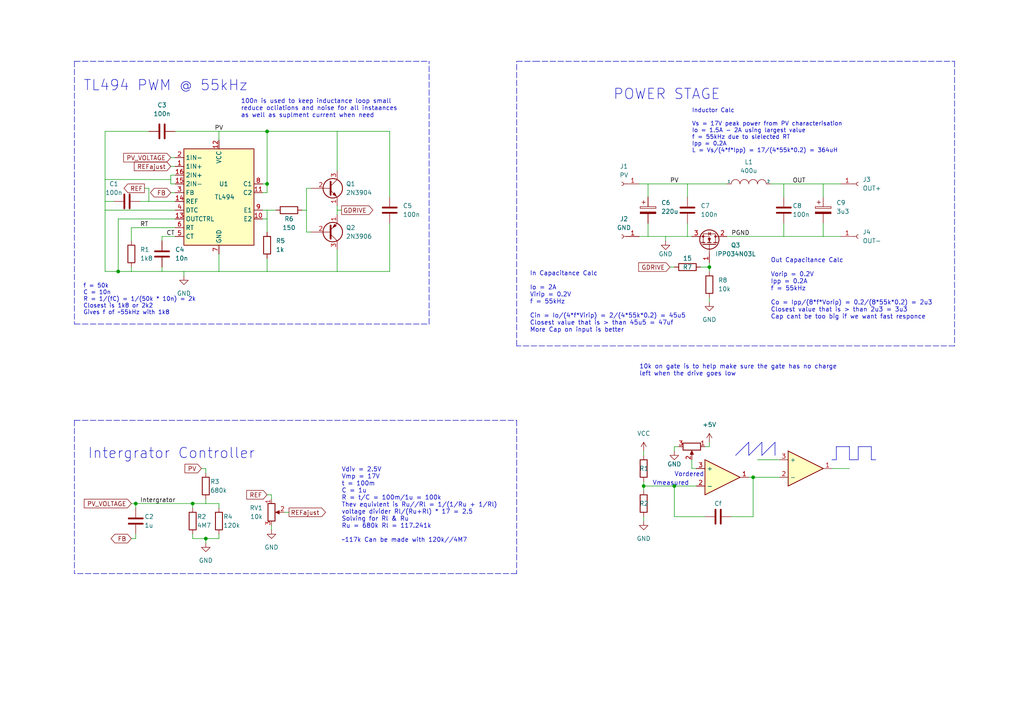
<source format=kicad_sch>
(kicad_sch (version 20211123) (generator eeschema)
  (paper "A4")
  (title_block (title "Async Solar Car Buck") (date "2022-09-28") (rev "V1") (company "UC"))
  (lib_symbols
    (symbol "Connector:Conn_01x01_Female" (pin_names (offset 1.016) hide)
      (property "Reference" "J" (at 0 2.54 0))
      (property "Value" "Conn_01x01_Female" (at 0 -2.54 0))
      (symbol "Conn_01x01_Female_1_1"
        (polyline (pts (xy -1.27 0) (xy -0.508 0)) (stroke (width 0.1524)))
        (arc (start 0 0.508) (mid -0.508 0) (end 0 -0.508) (stroke (width 0.1524)))
        (pin passive line (at -5.08 0 0) (length 3.81) (name "Pin_1") (number "1"))
      )
    )
    (symbol "Device:C" (pin_numbers hide) (pin_names (offset 0.254))
      (property "Reference" "C" (at 0.635 2.54 0))
      (property "Value" "C" (at 0.635 -2.54 0))
      (symbol "C_0_1"
        (polyline (pts (xy -2.032 -0.762) (xy 2.032 -0.762)) (stroke (width 0.508)))
        (polyline (pts (xy -2.032 0.762) (xy 2.032 0.762)) (stroke (width 0.508)))
      )
      (symbol "C_1_1"
        (pin passive line (at 0 3.81 270) (length 2.794) (name "~") (number "1"))
        (pin passive line (at 0 -3.81 90) (length 2.794) (name "~") (number "2"))
      )
    )
    (symbol "Device:C_Polarized" (pin_numbers hide) (pin_names (offset 0.254))
      (property "Reference" "C" (at 0.635 2.54 0))
      (property "Value" "C_Polarized" (at 0.635 -2.54 0))
      (symbol "C_Polarized_0_1"
        (rectangle (start -2.286 0.508) (end 2.286 1.016))
        (polyline (pts (xy -1.778 2.286) (xy -0.762 2.286)))
        (polyline (pts (xy -1.27 2.794) (xy -1.27 1.778)))
        (rectangle (start 2.286 -0.508) (end -2.286 -1.016) (fill (type outline)))
      )
      (symbol "C_Polarized_1_1"
        (pin passive line (at 0 3.81 270) (length 2.794) (name "~") (number "1"))
        (pin passive line (at 0 -3.81 90) (length 2.794) (name "~") (number "2"))
      )
    )
    (symbol "Device:Opamp_Dual"
      (property "Reference" "U" (at 0 5.08 0))
      (property "Value" "Opamp_Dual" (at 0 -5.08 0))
      (symbol "Opamp_Dual_1_1"
        (polyline (pts (xy -5.08 5.08) (xy 5.08 0) (xy -5.08 -5.08) (xy -5.08 5.08)) (stroke (width 0.254)) (fill (type background)))
        (pin output line (at 7.62 0 180) (length 2.54) (name "~") (number "1"))
        (pin input line (at -7.62 -2.54 0) (length 2.54) (name "-") (number "2"))
        (pin input line (at -7.62 2.54 0) (length 2.54) (name "+") (number "3"))
      )
      (symbol "Opamp_Dual_2_1"
        (polyline (pts (xy -5.08 5.08) (xy 5.08 0) (xy -5.08 -5.08) (xy -5.08 5.08)) (stroke (width 0.254)) (fill (type background)))
        (pin input line (at -7.62 2.54 0) (length 2.54) (name "+") (number "5"))
        (pin input line (at -7.62 -2.54 0) (length 2.54) (name "-") (number "6"))
        (pin output line (at 7.62 0 180) (length 2.54) (name "~") (number "7"))
      )
      (symbol "Opamp_Dual_3_1"
        (pin power_in line (at -2.54 -7.62 90) (length 3.81) (name "V-") (number "4"))
        (pin power_in line (at -2.54 7.62 270) (length 3.81) (name "V+") (number "8"))
      )
    )
    (symbol "Device:Q_NMOS_GDS" (pin_names (offset 0) hide)
      (property "Reference" "Q" (at 5.08 1.27 0))
      (property "Value" "Q_NMOS_GDS" (at 5.08 -1.27 0))
      (symbol "Q_NMOS_GDS_0_1"
        (polyline (pts (xy 0.254 0) (xy -2.54 0)))
        (polyline (pts (xy 0.254 1.905) (xy 0.254 -1.905)) (stroke (width 0.254)))
        (polyline (pts (xy 0.762 -1.27) (xy 0.762 -2.286)) (stroke (width 0.254)))
        (polyline (pts (xy 0.762 0.508) (xy 0.762 -0.508)) (stroke (width 0.254)))
        (polyline (pts (xy 0.762 2.286) (xy 0.762 1.27)) (stroke (width 0.254)))
        (polyline (pts (xy 2.54 2.54) (xy 2.54 1.778)))
        (polyline (pts (xy 2.54 -2.54) (xy 2.54 0) (xy 0.762 0)))
        (polyline (pts (xy 0.762 -1.778) (xy 3.302 -1.778) (xy 3.302 1.778) (xy 0.762 1.778)))
        (polyline (pts (xy 1.016 0) (xy 2.032 0.381) (xy 2.032 -0.381) (xy 1.016 0)) (fill (type outline)))
        (polyline (pts (xy 2.794 0.508) (xy 2.921 0.381) (xy 3.683 0.381) (xy 3.81 0.254)))
        (polyline (pts (xy 3.302 0.381) (xy 2.921 -0.254) (xy 3.683 -0.254) (xy 3.302 0.381)))
        (circle (center 1.651 0) (radius 2.794) (stroke (width 0.254)))
        (circle (center 2.54 -1.778) (radius 0.254) (fill (type outline)))
        (circle (center 2.54 1.778) (radius 0.254) (fill (type outline)))
      )
      (symbol "Q_NMOS_GDS_1_1"
        (pin input line (at -5.08 0 0) (length 2.54) (name "G") (number "1"))
        (pin passive line (at 2.54 5.08 270) (length 2.54) (name "D") (number "2"))
        (pin passive line (at 2.54 -5.08 90) (length 2.54) (name "S") (number "3"))
      )
    )
    (symbol "Device:R" (pin_numbers hide) (pin_names (offset 0))
      (property "Reference" "R" (at 2.032 0 90))
      (property "Value" "R" (at 0 0 90))
      (symbol "R_0_1"
        (rectangle (start -1.016 -2.54) (end 1.016 2.54) (stroke (width 0.254)))
      )
      (symbol "R_1_1"
        (pin passive line (at 0 3.81 270) (length 1.27) (name "~") (number "1"))
        (pin passive line (at 0 -3.81 90) (length 1.27) (name "~") (number "2"))
      )
    )
    (symbol "Device:R_Potentiometer" (pin_names (offset 1.016) hide)
      (property "Reference" "RV" (at -4.445 0 90))
      (property "Value" "R_Potentiometer" (at -2.54 0 90))
      (symbol "R_Potentiometer_0_1"
        (polyline (pts (xy 2.54 0) (xy 1.524 0)))
        (polyline (pts (xy 1.143 0) (xy 2.286 0.508) (xy 2.286 -0.508) (xy 1.143 0)) (fill (type outline)))
        (rectangle (start 1.016 2.54) (end -1.016 -2.54) (stroke (width 0.254)))
      )
      (symbol "R_Potentiometer_1_1"
        (pin passive line (at 0 3.81 270) (length 1.27) (name "1") (number "1"))
        (pin passive line (at 3.81 0 180) (length 1.27) (name "2") (number "2"))
        (pin passive line (at 0 -3.81 90) (length 1.27) (name "3") (number "3"))
      )
    )
    (symbol "Regulator_Controller:TL494"
      (property "Reference" "U" (at 3.81 19.05 0))
      (property "Value" "TL494" (at 3.81 16.51 0))
      (symbol "TL494_0_1"
        (rectangle (start -10.16 -12.7) (end 10.16 15.24) (stroke (width 0.254)) (fill (type background)))
      )
      (symbol "TL494_1_1"
        (pin input line (at -12.7 10.16 0) (length 2.54) (name "1IN+") (number "1"))
        (pin passive line (at 12.7 -5.08 180) (length 2.54) (name "E2") (number "10"))
        (pin passive line (at 12.7 2.54 180) (length 2.54) (name "C2") (number "11"))
        (pin power_in line (at 0 17.78 270) (length 2.54) (name "VCC") (number "12"))
        (pin input line (at -12.7 -5.08 0) (length 2.54) (name "OUTCTRL") (number "13"))
        (pin power_out line (at -12.7 0 0) (length 2.54) (name "REF") (number "14"))
        (pin input line (at -12.7 5.08 0) (length 2.54) (name "2IN-") (number "15"))
        (pin input line (at -12.7 7.62 0) (length 2.54) (name "2IN+") (number "16"))
        (pin input line (at -12.7 12.7 0) (length 2.54) (name "1IN-") (number "2"))
        (pin output line (at -12.7 2.54 0) (length 2.54) (name "FB") (number "3"))
        (pin input line (at -12.7 -2.54 0) (length 2.54) (name "DTC") (number "4"))
        (pin passive line (at -12.7 -10.16 0) (length 2.54) (name "CT") (number "5"))
        (pin passive line (at -12.7 -7.62 0) (length 2.54) (name "RT") (number "6"))
        (pin power_in line (at 0 -15.24 90) (length 2.54) (name "GND") (number "7"))
        (pin passive line (at 12.7 5.08 180) (length 2.54) (name "C1") (number "8"))
        (pin passive line (at 12.7 -2.54 180) (length 2.54) (name "E1") (number "9"))
      )
    )
    (symbol "Transistor_BJT:2N3904" (pin_names (offset 0) hide)
      (property "Reference" "Q" (at 5.08 1.905 0))
      (property "Value" "2N3904" (at 5.08 0 0))
      (symbol "2N3904_0_1"
        (polyline (pts (xy 0.635 0.635) (xy 2.54 2.54)))
        (polyline (pts (xy 0.635 -0.635) (xy 2.54 -2.54) (xy 2.54 -2.54)))
        (polyline (pts (xy 0.635 1.905) (xy 0.635 -1.905) (xy 0.635 -1.905)) (stroke (width 0.508)))
        (polyline (pts (xy 1.27 -1.778) (xy 1.778 -1.27) (xy 2.286 -2.286) (xy 1.27 -1.778) (xy 1.27 -1.778)) (fill (type outline)))
        (circle (center 1.27 0) (radius 2.8194) (stroke (width 0.254)))
      )
      (symbol "2N3904_1_1"
        (pin passive line (at 2.54 -5.08 90) (length 2.54) (name "E") (number "1"))
        (pin passive line (at -5.08 0 0) (length 5.715) (name "B") (number "2"))
        (pin passive line (at 2.54 5.08 270) (length 2.54) (name "C") (number "3"))
      )
    )
    (symbol "Transistor_BJT:2N3906" (pin_names (offset 0) hide)
      (property "Reference" "Q" (at 5.08 1.905 0))
      (property "Value" "2N3906" (at 5.08 0 0))
      (symbol "2N3906_0_1"
        (polyline (pts (xy 0.635 0.635) (xy 2.54 2.54)))
        (polyline (pts (xy 0.635 -0.635) (xy 2.54 -2.54) (xy 2.54 -2.54)))
        (polyline (pts (xy 0.635 1.905) (xy 0.635 -1.905) (xy 0.635 -1.905)) (stroke (width 0.508)))
        (polyline (pts (xy 2.286 -1.778) (xy 1.778 -2.286) (xy 1.27 -1.27) (xy 2.286 -1.778) (xy 2.286 -1.778)) (fill (type outline)))
        (circle (center 1.27 0) (radius 2.8194) (stroke (width 0.254)))
      )
      (symbol "2N3906_1_1"
        (pin passive line (at 2.54 -5.08 90) (length 2.54) (name "E") (number "1"))
        (pin input line (at -5.08 0 0) (length 5.715) (name "B") (number "2"))
        (pin passive line (at 2.54 5.08 270) (length 2.54) (name "C") (number "3"))
      )
    )
    (symbol "power:+5V" (power) (pin_names (offset 0))
      (property "Value" "+5V" (at 0 3.556 0))
      (symbol "+5V_0_1"
        (polyline (pts (xy -0.762 1.27) (xy 0 2.54)))
        (polyline (pts (xy 0 0) (xy 0 2.54)))
        (polyline (pts (xy 0 2.54) (xy 0.762 1.27)))
      )
      (symbol "+5V_1_1"
        (pin power_in line (at 0 0 90) (length 0) hide (name "+5V") (number "1"))
      )
    )
    (symbol "power:GND" (power) (pin_names (offset 0))
      (property "Value" "GND" (at 0 -3.81 0))
      (symbol "GND_0_1"
        (polyline (pts (xy 0 0) (xy 0 -1.27) (xy 1.27 -1.27) (xy 0 -2.54) (xy -1.27 -1.27) (xy 0 -1.27)))
      )
      (symbol "GND_1_1"
        (pin power_in line (at 0 0 270) (length 0) hide (name "GND") (number "1"))
      )
    )
    (symbol "power:VCC" (power) (pin_names (offset 0))
      (property "Value" "VCC" (at 0 3.81 0))
      (symbol "VCC_0_1"
        (polyline (pts (xy -0.762 1.27) (xy 0 2.54)))
        (polyline (pts (xy 0 0) (xy 0 2.54)))
        (polyline (pts (xy 0 2.54) (xy 0.762 1.27)))
      )
      (symbol "VCC_1_1"
        (pin power_in line (at 0 0 90) (length 0) hide (name "VCC") (number "1"))
      )
    )
    (symbol "pspice:INDUCTOR" (pin_numbers hide) (pin_names (offset 0))
      (property "Reference" "L" (at 0 2.54 0))
      (property "Value" "INDUCTOR" (at 0 -1.27 0))
      (symbol "INDUCTOR_0_1"
        (arc (start -2.54 0) (mid -3.81 1.27) (end -5.08 0))
        (arc (start 0 0) (mid -1.27 1.27) (end -2.54 0))
        (arc (start 2.54 0) (mid 1.27 1.27) (end 0 0))
        (arc (start 5.08 0) (mid 3.81 1.27) (end 2.54 0))
      )
      (symbol "INDUCTOR_1_1"
        (pin input line (at -6.35 0 0) (length 1.27) (name "1") (number "1"))
        (pin input line (at 6.35 0 180) (length 1.27) (name "2") (number "2"))
      )
    )
  )
  (junction (at 39.37 146.05))
  (junction (at 77.47 53.34))
  (junction (at 55.88 146.05))
  (junction (at 77.47 38.1))
  (junction (at 205.74 77.47))
  (junction (at 195.58 140.97))
  (junction (at 34.29 78.74))
  (junction (at 59.69 156.21))
  (junction (at 218.44 138.43))
  (junction (at 186.69 140.97))
  (wire (pts (xy 227.33 53.34) (xy 238.76 53.34)))
  (wire (pts (xy 186.69 140.97) (xy 195.58 140.97)))
  (wire (pts (xy 55.88 156.21) (xy 59.69 156.21)))
  (wire (pts (xy 227.33 53.34) (xy 227.33 57.15)))
  (polyline (pts (xy 21.59 93.98) (xy 124.46 93.98)))
  (wire (pts (xy 88.9 60.96) (xy 88.9 67.31)))
  (wire (pts (xy 205.74 129.54) (xy 205.74 128.27)))
  (wire (pts (xy 59.69 144.78) (xy 59.69 146.05)))
  (wire (pts (xy 205.74 77.47) (xy 205.74 78.74)))
  (wire (pts (xy 49.53 55.88) (xy 50.8 55.88)))
  (wire (pts (xy 30.48 60.96) (xy 30.48 78.74)))
  (wire (pts (xy 77.47 63.5) (xy 77.47 67.31)))
  (polyline (pts (xy 224.79 128.27) (xy 224.79 132.08)) (stroke (width 0) (type solid)))
  (wire (pts (xy 210.82 68.58) (xy 227.33 68.58)))
  (wire (pts (xy 78.74 152.4) (xy 78.74 153.67)))
  (wire (pts (xy 241.3 135.89) (xy 246.38 135.89)))
  (wire (pts (xy 113.03 64.77) (xy 113.03 78.74)))
  (wire (pts (xy 59.69 137.16) (xy 59.69 135.89)))
  (wire (pts (xy 199.39 53.34) (xy 199.39 57.15)))
  (polyline (pts (xy 217.17 128.27) (xy 217.17 132.08)) (stroke (width 0) (type solid)))
  (wire (pts (xy 195.58 130.81) (xy 195.58 129.54)))
  (wire (pts (xy 30.48 78.74) (xy 34.29 78.74)))
  (wire (pts (xy 82.55 148.59) (xy 83.82 148.59)))
  (polyline (pts (xy 220.98 132.08) (xy 224.79 128.27)) (stroke (width 0) (type solid)))
  (wire (pts (xy 49.53 48.26) (xy 50.8 48.26)))
  (polyline (pts (xy 241.3 133.35) (xy 242.57 133.35)) (stroke (width 0) (type solid)))
  (wire (pts (xy 186.69 142.24) (xy 186.69 140.97)))
  (wire (pts (xy 88.9 67.31) (xy 90.17 67.31)))
  (polyline (pts (xy 276.86 17.78) (xy 276.86 100.33)))
  (wire (pts (xy 30.48 52.07) (xy 49.53 52.07)))
  (wire (pts (xy 90.17 54.61) (xy 88.9 54.61)))
  (wire (pts (xy 97.79 59.69) (xy 97.79 60.96)))
  (wire (pts (xy 55.88 154.94) (xy 55.88 156.21)))
  (polyline (pts (xy 154.94 17.78) (xy 276.86 17.78)))
  (wire (pts (xy 204.47 129.54) (xy 205.74 129.54)))
  (wire (pts (xy 185.42 68.58) (xy 187.96 68.58)))
  (wire (pts (xy 193.04 68.58) (xy 193.04 69.85)))
  (wire (pts (xy 186.69 140.97) (xy 186.69 139.7)))
  (polyline (pts (xy 149.86 17.78) (xy 154.94 17.78)))
  (wire (pts (xy 77.47 38.1) (xy 77.47 53.34)))
  (wire (pts (xy 38.1 77.47) (xy 38.1 78.74)))
  (wire (pts (xy 41.91 54.61) (xy 43.18 54.61)))
  (wire (pts (xy 55.88 147.32) (xy 55.88 146.05)))
  (wire (pts (xy 78.74 143.51) (xy 78.74 144.78)))
  (wire (pts (xy 219.71 133.35) (xy 226.06 133.35)))
  (wire (pts (xy 113.03 38.1) (xy 113.03 57.15)))
  (wire (pts (xy 227.33 68.58) (xy 238.76 68.58)))
  (wire (pts (xy 238.76 68.58) (xy 243.84 68.58)))
  (wire (pts (xy 38.1 146.05) (xy 39.37 146.05)))
  (polyline (pts (xy 21.59 17.78) (xy 21.59 93.98)))
  (wire (pts (xy 76.2 55.88) (xy 77.47 55.88)))
  (polyline (pts (xy 248.92 133.35) (xy 248.92 129.54)) (stroke (width 0) (type solid)))
  (wire (pts (xy 38.1 66.04) (xy 50.8 66.04)))
  (polyline (pts (xy 149.86 166.37) (xy 21.59 166.37)))
  (wire (pts (xy 40.64 58.42) (xy 43.18 58.42)))
  (wire (pts (xy 187.96 53.34) (xy 187.96 57.15)))
  (wire (pts (xy 76.2 60.96) (xy 77.47 60.96)))
  (polyline (pts (xy 21.59 121.92) (xy 149.86 121.92)))
  (wire (pts (xy 194.31 77.47) (xy 195.58 77.47)))
  (polyline (pts (xy 217.17 132.08) (xy 220.98 128.27)) (stroke (width 0) (type solid)))
  (polyline (pts (xy 252.73 133.35) (xy 254 133.35)) (stroke (width 0) (type solid)))
  (wire (pts (xy 34.29 63.5) (xy 50.8 63.5)))
  (wire (pts (xy 49.53 50.8) (xy 49.53 52.07)))
  (wire (pts (xy 218.44 149.86) (xy 218.44 138.43)))
  (wire (pts (xy 39.37 146.05) (xy 55.88 146.05)))
  (wire (pts (xy 34.29 78.74) (xy 38.1 78.74)))
  (wire (pts (xy 63.5 38.1) (xy 63.5 40.64)))
  (polyline (pts (xy 242.57 133.35) (xy 242.57 129.54)) (stroke (width 0) (type solid)))
  (wire (pts (xy 59.69 135.89) (xy 58.42 135.89)))
  (wire (pts (xy 63.5 38.1) (xy 77.47 38.1)))
  (wire (pts (xy 199.39 53.34) (xy 210.82 53.34)))
  (wire (pts (xy 50.8 50.8) (xy 49.53 50.8)))
  (wire (pts (xy 97.79 38.1) (xy 113.03 38.1)))
  (wire (pts (xy 238.76 53.34) (xy 238.76 57.15)))
  (polyline (pts (xy 213.36 132.08) (xy 217.17 128.27)) (stroke (width 0) (type solid)))
  (wire (pts (xy 238.76 64.77) (xy 238.76 68.58)))
  (wire (pts (xy 204.47 149.86) (xy 195.58 149.86)))
  (wire (pts (xy 63.5 146.05) (xy 63.5 147.32)))
  (wire (pts (xy 49.53 45.72) (xy 50.8 45.72)))
  (polyline (pts (xy 276.86 100.33) (xy 149.86 100.33)))
  (wire (pts (xy 46.99 78.74) (xy 53.34 78.74)))
  (wire (pts (xy 59.69 156.21) (xy 63.5 156.21)))
  (wire (pts (xy 77.47 78.74) (xy 97.79 78.74)))
  (wire (pts (xy 200.66 135.89) (xy 201.93 135.89)))
  (wire (pts (xy 30.48 60.96) (xy 50.8 60.96)))
  (wire (pts (xy 77.47 74.93) (xy 77.47 78.74)))
  (wire (pts (xy 77.47 38.1) (xy 97.79 38.1)))
  (wire (pts (xy 39.37 146.05) (xy 39.37 147.32)))
  (wire (pts (xy 34.29 63.5) (xy 34.29 78.74)))
  (wire (pts (xy 59.69 146.05) (xy 63.5 146.05)))
  (polyline (pts (xy 21.59 17.78) (xy 124.46 17.78)))
  (wire (pts (xy 200.66 133.35) (xy 200.66 135.89)))
  (wire (pts (xy 195.58 140.97) (xy 201.93 140.97)))
  (wire (pts (xy 205.74 86.36) (xy 205.74 87.63)))
  (wire (pts (xy 39.37 156.21) (xy 39.37 154.94)))
  (wire (pts (xy 218.44 138.43) (xy 217.17 138.43)))
  (wire (pts (xy 38.1 78.74) (xy 46.99 78.74)))
  (wire (pts (xy 49.53 53.34) (xy 50.8 53.34)))
  (wire (pts (xy 53.34 78.74) (xy 53.34 80.01)))
  (wire (pts (xy 186.69 130.81) (xy 186.69 132.08)))
  (wire (pts (xy 97.79 60.96) (xy 97.79 62.23)))
  (polyline (pts (xy 149.86 121.92) (xy 149.86 166.37)))
  (wire (pts (xy 97.79 60.96) (xy 99.06 60.96)))
  (wire (pts (xy 97.79 38.1) (xy 97.79 49.53)))
  (wire (pts (xy 223.52 53.34) (xy 227.33 53.34)))
  (wire (pts (xy 195.58 149.86) (xy 195.58 140.97)))
  (wire (pts (xy 55.88 146.05) (xy 59.69 146.05)))
  (wire (pts (xy 30.48 52.07) (xy 30.48 58.42)))
  (wire (pts (xy 43.18 38.1) (xy 30.48 38.1)))
  (wire (pts (xy 77.47 143.51) (xy 78.74 143.51)))
  (wire (pts (xy 88.9 60.96) (xy 87.63 60.96)))
  (wire (pts (xy 88.9 54.61) (xy 88.9 60.96)))
  (polyline (pts (xy 220.98 128.27) (xy 220.98 132.08)) (stroke (width 0) (type solid)))
  (polyline (pts (xy 124.46 93.98) (xy 124.46 17.78)))
  (wire (pts (xy 238.76 53.34) (xy 243.84 53.34)))
  (wire (pts (xy 187.96 68.58) (xy 193.04 68.58)))
  (wire (pts (xy 59.69 156.21) (xy 59.69 157.48)))
  (wire (pts (xy 30.48 38.1) (xy 30.48 52.07)))
  (wire (pts (xy 50.8 38.1) (xy 63.5 38.1)))
  (wire (pts (xy 187.96 64.77) (xy 187.96 68.58)))
  (wire (pts (xy 38.1 156.21) (xy 39.37 156.21)))
  (wire (pts (xy 63.5 78.74) (xy 77.47 78.74)))
  (wire (pts (xy 76.2 53.34) (xy 77.47 53.34)))
  (wire (pts (xy 195.58 129.54) (xy 196.85 129.54)))
  (wire (pts (xy 77.47 53.34) (xy 77.47 55.88)))
  (wire (pts (xy 63.5 73.66) (xy 63.5 78.74)))
  (wire (pts (xy 63.5 156.21) (xy 63.5 154.94)))
  (wire (pts (xy 97.79 78.74) (xy 113.03 78.74)))
  (polyline (pts (xy 242.57 129.54) (xy 246.38 129.54)) (stroke (width 0) (type solid)))
  (wire (pts (xy 77.47 60.96) (xy 80.01 60.96)))
  (wire (pts (xy 49.53 52.07) (xy 49.53 53.34)))
  (wire (pts (xy 187.96 53.34) (xy 199.39 53.34)))
  (wire (pts (xy 199.39 68.58) (xy 200.66 68.58)))
  (wire (pts (xy 77.47 60.96) (xy 77.47 63.5)))
  (wire (pts (xy 186.69 151.13) (xy 186.69 149.86)))
  (wire (pts (xy 46.99 78.74) (xy 46.99 77.47)))
  (wire (pts (xy 185.42 53.34) (xy 187.96 53.34)))
  (wire (pts (xy 43.18 54.61) (xy 43.18 58.42)))
  (wire (pts (xy 193.04 68.58) (xy 199.39 68.58)))
  (polyline (pts (xy 21.59 121.92) (xy 21.59 166.37)))
  (polyline (pts (xy 246.38 133.35) (xy 246.38 129.54)) (stroke (width 0) (type solid)))
  (wire (pts (xy 46.99 68.58) (xy 46.99 69.85)))
  (wire (pts (xy 77.47 63.5) (xy 76.2 63.5)))
  (wire (pts (xy 227.33 64.77) (xy 227.33 68.58)))
  (polyline (pts (xy 252.73 133.35) (xy 252.73 129.54)) (stroke (width 0) (type solid)))
  (wire (pts (xy 199.39 64.77) (xy 199.39 68.58)))
  (wire (pts (xy 30.48 58.42) (xy 33.02 58.42)))
  (wire (pts (xy 205.74 76.2) (xy 205.74 77.47)))
  (wire (pts (xy 43.18 58.42) (xy 50.8 58.42)))
  (wire (pts (xy 212.09 149.86) (xy 218.44 149.86)))
  (wire (pts (xy 203.2 77.47) (xy 205.74 77.47)))
  (wire (pts (xy 38.1 66.04) (xy 38.1 69.85)))
  (polyline (pts (xy 248.92 129.54) (xy 252.73 129.54)) (stroke (width 0) (type solid)))
  (polyline (pts (xy 149.86 100.33) (xy 149.86 17.78)))
  (wire (pts (xy 30.48 58.42) (xy 30.48 60.96)))
  (wire (pts (xy 218.44 138.43) (xy 226.06 138.43)))
  (polyline (pts (xy 246.38 133.35) (xy 248.92 133.35)) (stroke (width 0) (type solid)))
  (wire (pts (xy 50.8 68.58) (xy 46.99 68.58)))
  (wire (pts (xy 97.79 72.39) (xy 97.79 78.74)))
  (wire (pts (xy 53.34 78.74) (xy 63.5 78.74)))
  (text "Out Capacitance Calc\n\nVorip = 0.2V\nIpp = 0.2A\nf = 55kHz\n\nCo = Ipp/(8*f*Vorip) = 0.2/(8*55k*0.2) = 2u3\nClosest value that is > than 2u3 = 3u3\nCap cant be too big if we want fast responce\n" (at 223.52 92.71 0) (effects (font (size 1.27 1.27)) (justify left bottom)))
  (text "Vordered" (at 195.58 138.43 0) (effects (font (size 1.3 1.3)) (justify left bottom)))
  (text "Intergrator Controller" (at 25.4 133.35 0) (effects (font (size 3 3)) (justify left bottom)))
  (text "Vmeasured" (at 189.23 140.97 0) (effects (font (size 1.3 1.3)) (justify left bottom)))
  (text "100n is used to keep inductance loop small\nreduce ocliations and noise for all instaances\nas well as suplment current when need" (at 69.85 34.29 0) (effects (font (size 1.27 1.27)) (justify left bottom)))
  (text "Inductor Calc\n\nVs = 17V peak power from PV characterisation\nIo = 1.5A - 2A using largest value\nf = 55kHz due to slelected RT\nIpp = 0.2A\nL = Vs/(4*f*Ipp) = 17/(4*55k*0.2) = 364uH" (at 200.66 44.45 0) (effects (font (size 1.2 1.2)) (justify left bottom)))
  (text "POWER STAGE\n" (at 177.8 29.21 0) (effects (font (size 3 3)) (justify left bottom)))
  (text "10k on gate is to help make sure the gate has no charge \nleft when the drive goes low" (at 185.42 109.22 0) (effects (font (size 1.27 1.27)) (justify left bottom)))
  (text "Vdiv = 2.5V\nVmp = 17V\nt = 100m\nC = 1u\nR = t/C = 100m/1u = 100k\nThev equivlent is Ru//Rl = 1/(1/Ru + 1/Rl)\nvoltage divider Rl/(Ru+Rl) * 17 = 2.5\nSolving for Rl & Ru\nRu = 680k Rl = 117.241k\n\n~117k Can be made with 120k//4M7\n" (at 99.06 157.48 0) (effects (font (size 1.27 1.27)) (justify left bottom)))
  (text "TL494 PWM @ 55kHz" (at 24.13 26.67 0) (effects (font (size 3 3)) (justify left bottom)))
  (text "In Capacitance Calc\n\nIo = 2A\nVirip = 0.2V\nf = 55kHz\n\nCin = Io/(4*f*Virip) = 2/(4*55k*0.2) = 45u5\nClosest value that is > than 45u5 = 47uf\nMore Cap on input is better" (at 153.67 96.52 0) (effects (font (size 1.27 1.27)) (justify left bottom)))
  (text "f = 50k\nC = 10n\nR = 1/(fC) = 1/(50k * 10n) = 2k\nClosest is 1k8 or 2k2\nGives f of ~55kHz with 1k8 \n" (at 24.13 91.44 0) (effects (font (size 1.2 1.2)) (justify left bottom)))
  (label "PGND" (at 212.09 68.58 0))
  (label "CT" (at 48.26 68.58 0))
  (label "PV" (at 62.23 38.1 0))
  (label "RT" (at 40.64 66.04 0))
  (label "PV" (at 194.31 53.34 0))
  (label "Intergrator" (at 40.64 146.05 0))
  (label "OUT" (at 229.87 53.34 0))
  (global_label "REF" (shape input) (at 77.47 143.51 180) (property "Intersheet References" "${INTERSHEET_REFS}" (effects hide)))
  (global_label "FB" (shape bidirectional) (at 38.1 156.21 180) (property "Intersheet References" "${INTERSHEET_REFS}" (effects hide)))
  (global_label "PV_VOLTAGE" (shape input) (at 38.1 146.05 180) (property "Intersheet References" "${INTERSHEET_REFS}" (effects hide)))
  (global_label "REFajust" (shape input) (at 49.53 48.26 180) (property "Intersheet References" "${INTERSHEET_REFS}" (effects hide)))
  (global_label "GDRIVE" (shape output) (at 99.06 60.96 0) (property "Intersheet References" "${INTERSHEET_REFS}" (effects hide)))
  (global_label "REF" (shape output) (at 41.91 54.61 180) (property "Intersheet References" "${INTERSHEET_REFS}" (effects hide)))
  (global_label "PV_VOLTAGE" (shape input) (at 49.53 45.72 180) (property "Intersheet References" "${INTERSHEET_REFS}" (effects hide)))
  (global_label "FB" (shape bidirectional) (at 49.53 55.88 180) (property "Intersheet References" "${INTERSHEET_REFS}" (effects hide)))
  (global_label "REFajust" (shape output) (at 83.82 148.59 0) (property "Intersheet References" "${INTERSHEET_REFS}" (effects hide)))
  (global_label "PV" (shape input) (at 58.42 135.89 180) (property "Intersheet References" "${INTERSHEET_REFS}" (effects hide)))
  (global_label "GDRIVE" (shape input) (at 194.31 77.47 180) (property "Intersheet References" "${INTERSHEET_REFS}" (effects hide)))
  (symbol (lib_id "power:GND") (at 78.74 153.67 0) (unit 1)
    (property "Reference" "#PWR03" (effects hide))
    (property "Value" "GND" (at 78.74 158.75 0))
  )
  (symbol (lib_id "power:GND") (at 205.74 87.63 0) (unit 1)
    (property "Reference" "#PWR05" (effects hide))
    (property "Value" "GND" (at 205.74 92.71 0))
  )
  (symbol (lib_id "power:GND") (at 53.34 80.01 0) (unit 1)
    (property "Reference" "#PWR01" (effects hide))
    (property "Value" "GND" (at 53.34 85.09 0))
  )
  (symbol (lib_id "Transistor_BJT:2N3906") (at 95.25 67.31 0) (mirror x) (unit 1)
    (property "Reference" "Q2" (at 100.33 66.0399 0) (effects (justify left)))
    (property "Value" "2N3906" (at 100.33 68.5799 0) (effects (justify left)))
    (property "Footprint" "Package_TO_SOT_THT:TO-92_Inline" (effects hide))
    (property "Datasheet" "https://www.onsemi.com/pub/Collateral/2N3906-D.PDF" (effects hide))
  )
  (symbol (lib_id "Device:C") (at 113.03 60.96 0) (unit 1)
    (property "Reference" "C5" (at 116.84 59.6899 0) (effects (justify left)))
    (property "Value" "100n" (at 116.84 62.2299 0) (effects (justify left)))
  )
  (symbol (lib_id "Device:C") (at 46.99 38.1 90) (unit 1)
    (property "Reference" "C3" (at 46.99 30.48 90))
    (property "Value" "100n" (at 46.99 33.02 90))
    (property "Footprint" "Capacitor_THT:C_Disc_D3.4mm_W2.1mm_P2.50mm" (effects hide))
  )
  (symbol (lib_id "Device:C") (at 39.37 151.13 0) (unit 1)
    (property "Reference" "C2" (at 41.91 149.86 0) (effects (justify left)))
    (property "Value" "1u" (at 41.91 152.4 0) (effects (justify left)))
    (property "Footprint" "Capacitor_THT:C_Rect_L7.0mm_W4.5mm_P5.00mm" (effects hide))
  )
  (symbol (lib_id "Connector:Conn_01x01_Female") (at 248.92 68.58 0) (unit 1)
    (property "Reference" "J4" (at 250.19 67.3099 0) (effects (justify left)))
    (property "Value" "OUT-" (at 250.19 69.8499 0) (effects (justify left)))
    (property "Footprint" "TerminalBlock:Spade-Terminal" (effects hide))
  )
  (symbol (lib_id "Connector:Conn_01x01_Female") (at 180.34 53.34 180) (unit 1)
    (property "Reference" "J1" (at 180.975 48.26 0))
    (property "Value" "PV" (at 180.975 50.8 0))
    (property "Footprint" "TerminalBlock:Spade-Terminal" (effects hide))
  )
  (symbol (lib_id "Device:R") (at 59.69 140.97 0) (unit 1)
    (property "Reference" "R3" (at 60.96 139.7 0) (effects (justify left)))
    (property "Value" "680k" (at 60.96 142.24 0) (effects (justify left)))
    (property "Footprint" "Resistor_THT:R_Axial_DIN0207_L6.3mm_D2.5mm_P7.62mm_Horizontal" (effects hide))
  )
  (symbol (lib_id "power:GND") (at 186.69 151.13 0) (unit 1)
    (property "Reference" "#PWR?" (effects hide))
    (property "Value" "GND" (at 186.69 156.21 0))
  )
  (symbol (lib_id "power:GND") (at 195.58 130.81 0) (unit 1)
    (property "Reference" "#PWR?" (effects hide))
    (property "Value" "GND" (at 195.58 134.62 0))
  )
  (symbol (lib_id "Device:C") (at 227.33 60.96 0) (unit 1)
    (property "Reference" "C8" (at 229.87 59.69 0) (effects (justify left)))
    (property "Value" "100n" (at 229.87 62.23 0) (effects (justify left)))
    (property "Footprint" "Capacitor_THT:C_Disc_D3.4mm_W2.1mm_P2.50mm" (effects hide))
  )
  (symbol (lib_id "Device:R") (at 77.47 71.12 0) (unit 1)
    (property "Reference" "R5" (at 80.01 69.8499 0) (effects (justify left)))
    (property "Value" "1k" (at 80.01 72.3899 0) (effects (justify left)))
    (property "Footprint" "Resistor_THT:R_Axial_DIN0207_L6.3mm_D2.5mm_P7.62mm_Horizontal" (effects hide))
  )
  (symbol (lib_id "pspice:INDUCTOR") (at 217.17 53.34 0) (unit 1)
    (property "Reference" "L1" (at 217.17 46.99 0))
    (property "Value" "400u" (at 217.17 49.53 0))
    (property "Footprint" "Inductor_THT:RM8 Former" (effects hide))
  )
  (symbol (lib_id "Device:R") (at 186.69 135.89 0) (unit 1)
    (property "Reference" "R1" (at 185.42 135.89 0) (effects (justify left)))
    (property "Value" "R" (effects hide))
  )
  (symbol (lib_id "Device:R") (at 55.88 151.13 0) (unit 1)
    (property "Reference" "R2" (at 57.15 149.86 0) (effects (justify left)))
    (property "Value" "4M7" (at 57.15 152.4 0) (effects (justify left)))
    (property "Footprint" "Resistor_THT:R_Axial_DIN0207_L6.3mm_D2.5mm_P7.62mm_Horizontal" (effects hide))
  )
  (symbol (lib_id "Transistor_BJT:2N3904") (at 95.25 54.61 0) (unit 1)
    (property "Reference" "Q1" (at 100.33 53.3399 0) (effects (justify left)))
    (property "Value" "2N3904" (at 100.33 55.8799 0) (effects (justify left)))
    (property "Footprint" "Package_TO_SOT_THT:TO-92_Inline" (effects hide))
    (property "Datasheet" "https://www.onsemi.com/pub/Collateral/2N3903-D.PDF" (effects hide))
  )
  (symbol (lib_id "Device:R") (at 63.5 151.13 0) (unit 1)
    (property "Reference" "R4" (at 64.77 149.86 0) (effects (justify left)))
    (property "Value" "120k" (at 64.77 152.4 0) (effects (justify left)))
    (property "Footprint" "Resistor_THT:R_Axial_DIN0207_L6.3mm_D2.5mm_P7.62mm_Horizontal" (effects hide))
  )
  (symbol (lib_id "power:VCC") (at 186.69 130.81 0) (unit 1)
    (property "Reference" "#PWR?" (effects hide))
    (property "Value" "VCC" (at 186.69 125.73 0))
  )
  (symbol (lib_id "Device:R") (at 186.69 146.05 0) (unit 1)
    (property "Reference" "R2" (at 185.42 146.05 0) (effects (justify left)))
    (property "Value" "R" (effects hide))
  )
  (symbol (lib_id "Device:R") (at 83.82 60.96 90) (unit 1)
    (property "Reference" "R6" (at 83.82 63.5 90))
    (property "Value" "150" (at 83.82 66.04 90))
    (property "Footprint" "Resistor_THT:R_Axial_DIN0207_L6.3mm_D2.5mm_P7.62mm_Horizontal" (effects hide))
  )
  (symbol (lib_id "Device:C") (at 36.83 58.42 90) (unit 1)
    (property "Reference" "C1" (at 33.02 53.34 90))
    (property "Value" "100n" (at 33.02 55.88 90))
    (property "Footprint" "Capacitor_THT:C_Disc_D3.4mm_W2.1mm_P2.50mm" (effects hide))
  )
  (symbol (lib_id "power:+5V") (at 205.74 128.27 0) (unit 1)
    (property "Reference" "#PWR?" (effects hide))
    (property "Value" "+5V" (at 205.74 123.19 0))
  )
  (symbol (lib_id "Device:R") (at 205.74 82.55 0) (unit 1)
    (property "Reference" "R8" (at 208.28 81.2799 0) (effects (justify left)))
    (property "Value" "10k" (at 208.28 83.8199 0) (effects (justify left)))
    (property "Footprint" "Resistor_THT:R_Axial_DIN0207_L6.3mm_D2.5mm_P2.54mm_Vertical" (effects hide))
  )
  (symbol (lib_id "Device:Opamp_Dual") (at 209.55 138.43 0) (unit 1)
    (property "Reference" "U?" (effects hide))
    (property "Value" "Opamp_Dual" (effects hide))
  )
  (symbol (lib_id "Device:R") (at 38.1 73.66 0) (unit 1)
    (property "Reference" "R1" (at 40.64 72.3899 0) (effects (justify left)))
    (property "Value" "1k8" (at 40.64 74.9299 0) (effects (justify left)))
    (property "Footprint" "Resistor_THT:R_Axial_DIN0207_L6.3mm_D2.5mm_P7.62mm_Horizontal" (effects hide))
  )
  (symbol (lib_id "Device:C") (at 46.99 73.66 0) (unit 1)
    (property "Reference" "C4" (at 50.8 72.3899 0) (effects (justify left)))
    (property "Value" "10n" (at 50.8 74.9299 0) (effects (justify left)))
    (property "Footprint" "Capacitor_THT:C_Rect_L7.0mm_W2.5mm_P5.00mm" (effects hide))
  )
  (symbol (lib_id "Device:Q_NMOS_GDS") (at 205.74 71.12 270) (mirror x) (unit 1)
    (property "Reference" "Q3" (at 213.36 71.12 90))
    (property "Value" "IPP034N03L" (at 213.36 73.66 90))
    (property "Footprint" "Package_TO_SOT_THT:TO-220-3_Vertical" (effects hide))
  )
  (symbol (lib_id "Regulator_Controller:TL494") (at 63.5 58.42 0) (unit 1)
    (property "Reference" "U1" (at 63.5 53.34 0) (effects (justify left)))
    (property "Value" "TL494" (at 62.23 57.15 0) (effects (justify left)))
    (property "Footprint" "Package_DIP:DIP-16_W7.62mm_Socket_LongPads" (effects hide))
    (property "Datasheet" "http://www.ti.com/lit/ds/symlink/tl494.pdf" (effects hide))
  )
  (symbol (lib_id "Device:C") (at 208.28 149.86 90) (unit 1)
    (property "Reference" "Cf" (at 208.28 146.05 90))
    (property "Value" "C" (effects hide))
  )
  (symbol (lib_id "Connector:Conn_01x01_Female") (at 248.92 53.34 0) (unit 1)
    (property "Reference" "J3" (at 250.19 52.0699 0) (effects (justify left)))
    (property "Value" "OUT+" (at 250.19 54.6099 0) (effects (justify left)))
    (property "Footprint" "TerminalBlock:Spade-Terminal" (effects hide))
  )
  (symbol (lib_id "Device:Opamp_Dual") (at 233.68 135.89 0) (unit 1)
    (property "Reference" "U?" (effects hide))
    (property "Value" "Opamp_Dual" (effects hide))
  )
  (symbol (lib_id "Device:R_Potentiometer") (at 78.74 148.59 0) (unit 1)
    (property "Reference" "RV1" (at 76.2 147.3199 0) (effects (justify right)))
    (property "Value" "10k" (at 76.2 149.8599 0) (effects (justify right)))
    (property "Footprint" "Potentiometer_THT:Potentiometer_Bourns_3296W_Vertical" (effects hide))
  )
  (symbol (lib_id "Device:R") (at 199.39 77.47 90) (unit 1)
    (property "Reference" "R7" (at 199.39 77.47 90))
    (property "Value" "15" (at 199.39 74.93 90))
    (property "Footprint" "Resistor_THT:R_Axial_DIN0207_L6.3mm_D2.5mm_P7.62mm_Horizontal" (effects hide))
  )
  (symbol (lib_id "Connector:Conn_01x01_Female") (at 180.34 68.58 180) (unit 1)
    (property "Reference" "J2" (at 180.975 63.5 0))
    (property "Value" "GND" (at 180.975 66.04 0))
    (property "Footprint" "TerminalBlock:Spade-Terminal" (effects hide))
  )
  (symbol (lib_id "Device:C_Polarized") (at 187.96 60.96 0) (unit 1)
    (property "Reference" "C6" (at 191.77 58.8009 0) (effects (justify left)))
    (property "Value" "220u" (at 191.77 61.3409 0) (effects (justify left)))
    (property "Footprint" "Capacitor_THT:CP_Radial_D8.0mm_P5.00mm" (effects hide))
  )
  (symbol (lib_id "Device:C") (at 199.39 60.96 0) (unit 1)
    (property "Reference" "C7" (at 203.2 59.6899 0) (effects (justify left)))
    (property "Value" "100n" (at 203.2 62.2299 0) (effects (justify left)))
    (property "Footprint" "Capacitor_THT:C_Disc_D3.4mm_W2.1mm_P2.50mm" (effects hide))
  )
  (symbol (lib_id "power:GND") (at 193.04 69.85 0) (unit 1)
    (property "Reference" "#PWR04" (effects hide))
    (property "Value" "GND" (at 193.04 73.66 0))
  )
  (symbol (lib_id "Device:R_Potentiometer") (at 200.66 129.54 270) (unit 1)
    (property "Reference" "RV?" (effects hide))
    (property "Value" "R_Potentiometer" (effects hide))
  )
  (symbol (lib_id "Device:C_Polarized") (at 238.76 60.96 0) (unit 1)
    (property "Reference" "C9" (at 242.57 58.8009 0) (effects (justify left)))
    (property "Value" "3u3" (at 242.57 61.3409 0) (effects (justify left)))
    (property "Footprint" "Capacitor_THT:CP_Radial_D5.0mm_P2.50mm" (effects hide))
  )
  (symbol (lib_id "power:GND") (at 59.69 157.48 0) (unit 1)
    (property "Reference" "#PWR02" (effects hide))
    (property "Value" "GND" (at 59.69 162.56 0))
  )
)
</source>
